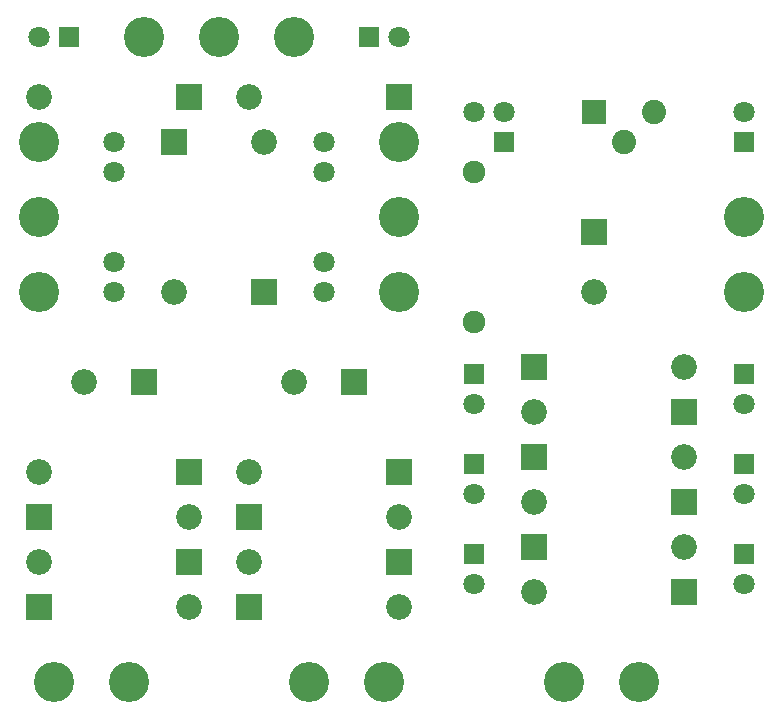
<source format=gbr>
G04 #@! TF.FileFunction,Soldermask,Top*
%FSLAX46Y46*%
G04 Gerber Fmt 4.6, Leading zero omitted, Abs format (unit mm)*
G04 Created by KiCad (PCBNEW 4.0.5+dfsg1-4+deb9u1) date Sun Sep  4 20:06:37 2022*
%MOMM*%
%LPD*%
G01*
G04 APERTURE LIST*
%ADD10C,0.100000*%
%ADD11C,3.399740*%
%ADD12C,1.797000*%
%ADD13R,1.797000X1.797000*%
%ADD14R,2.178000X2.178000*%
%ADD15C,2.178000*%
%ADD16C,1.924000*%
%ADD17C,2.051000*%
%ADD18R,2.051000X2.051000*%
G04 APERTURE END LIST*
D10*
D11*
X177165000Y-95250000D03*
X177165000Y-88900000D03*
X126365000Y-73660000D03*
X132715000Y-73660000D03*
X139065000Y-73660000D03*
X147955000Y-95250000D03*
X147955000Y-88900000D03*
X147955000Y-82550000D03*
X147955000Y-82550000D03*
X147955000Y-88900000D03*
X147955000Y-95250000D03*
X117475000Y-95250000D03*
X117475000Y-88900000D03*
X117475000Y-82550000D03*
X117475000Y-82550000D03*
X161925000Y-128270000D03*
X168275000Y-128270000D03*
X146685000Y-128270000D03*
X140335000Y-128270000D03*
X125095000Y-128270000D03*
X118745000Y-128270000D03*
X117475000Y-88900000D03*
X117475000Y-95250000D03*
D12*
X123825000Y-95250000D03*
X123825000Y-92710000D03*
X123825000Y-82550000D03*
X123825000Y-85090000D03*
X141605000Y-82550000D03*
X141605000Y-85090000D03*
X141605000Y-95250000D03*
X141605000Y-92710000D03*
D13*
X177165000Y-102235000D03*
D12*
X177165000Y-104775000D03*
D13*
X120015000Y-73660000D03*
D12*
X117475000Y-73660000D03*
D13*
X145415000Y-73660000D03*
D12*
X147955000Y-73660000D03*
D13*
X177165000Y-117475000D03*
D12*
X177165000Y-120015000D03*
D13*
X154305000Y-117475000D03*
D12*
X154305000Y-120015000D03*
D13*
X177165000Y-109855000D03*
D12*
X177165000Y-112395000D03*
D13*
X154305000Y-109855000D03*
D12*
X154305000Y-112395000D03*
D13*
X154305000Y-102235000D03*
D12*
X154305000Y-104775000D03*
D14*
X144145000Y-102870000D03*
D15*
X139065000Y-102870000D03*
D14*
X126365000Y-102870000D03*
D15*
X121285000Y-102870000D03*
X130175000Y-114300000D03*
D14*
X117475000Y-114300000D03*
D15*
X117475000Y-118110000D03*
D14*
X130175000Y-118110000D03*
D15*
X136525000Y-82550000D03*
D14*
X136525000Y-95250000D03*
D15*
X117475000Y-110490000D03*
D14*
X130175000Y-110490000D03*
D15*
X128905000Y-95250000D03*
D14*
X128905000Y-82550000D03*
D15*
X117475000Y-78740000D03*
D14*
X130175000Y-78740000D03*
D15*
X135255000Y-110490000D03*
D14*
X147955000Y-110490000D03*
D15*
X147955000Y-114300000D03*
D14*
X135255000Y-114300000D03*
D15*
X130175000Y-121920000D03*
D14*
X117475000Y-121920000D03*
D15*
X135255000Y-118110000D03*
D14*
X147955000Y-118110000D03*
D15*
X147955000Y-121920000D03*
D14*
X135255000Y-121920000D03*
D16*
X154305000Y-85090000D03*
X154305000Y-97790000D03*
D17*
X169545000Y-80010000D03*
X167005000Y-82550000D03*
D18*
X164465000Y-80010000D03*
D13*
X156845000Y-82550000D03*
D12*
X156845000Y-80010000D03*
X154305000Y-80010000D03*
D15*
X159385000Y-105410000D03*
D14*
X172085000Y-105410000D03*
D15*
X172085000Y-109220000D03*
D14*
X159385000Y-109220000D03*
D15*
X159385000Y-113030000D03*
D14*
X172085000Y-113030000D03*
D15*
X172085000Y-116840000D03*
D14*
X159385000Y-116840000D03*
D15*
X159385000Y-120650000D03*
D14*
X172085000Y-120650000D03*
D15*
X135255000Y-78740000D03*
D14*
X147955000Y-78740000D03*
D15*
X172085000Y-101600000D03*
D14*
X159385000Y-101600000D03*
X164465000Y-90170000D03*
D15*
X164465000Y-95250000D03*
D13*
X177165000Y-82550000D03*
D12*
X177165000Y-80010000D03*
M02*

</source>
